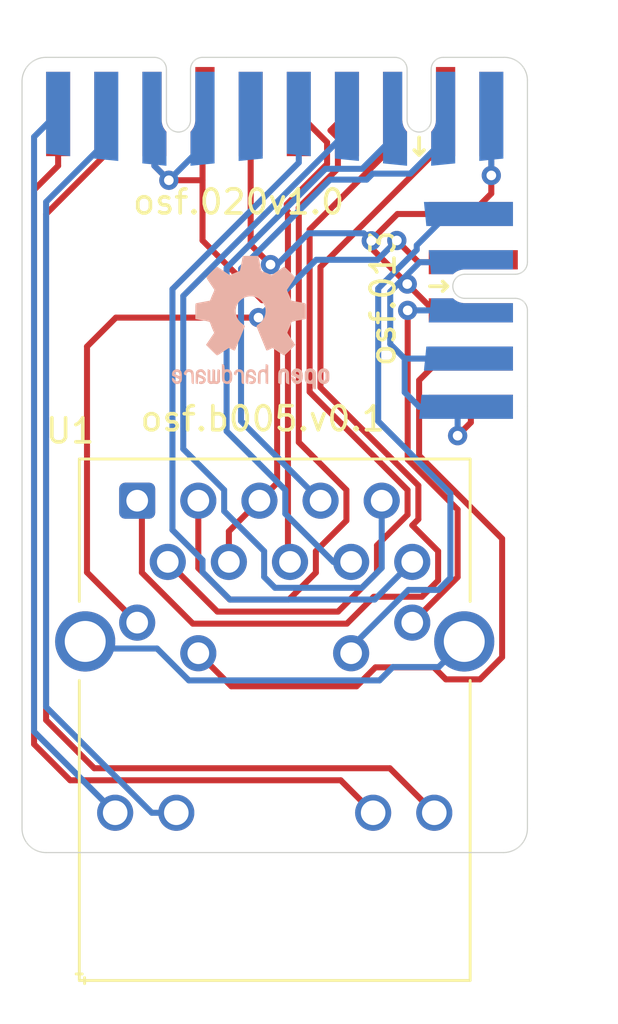
<source format=kicad_pcb>
(kicad_pcb (version 20211014) (generator pcbnew)
  (layers (0 "F.Cu" signal) (31 "B.Cu" signal) (34 "B.Paste" user) (35 "F.Paste" user) (36 "B.SilkS" user "B.Silkscreen") (37 "F.SilkS" user "F.Silkscreen") (38 "B.Mask" user) (39 "F.Mask" user) (44 "Edge.Cuts" user))
  (net 0 "")
  (net 1 "GND")
  (net 2 "Net-(J1-Pad2)")
  (net 3 "Net-(J1-Pad5)")
  (net 4 "Net-(J2-Pad4)")
  (net 5 "Net-(J1-Pad13)")
  (net 6 "Net-(J1-Pad12)")
  (net 7 "Net-(J1-Pad15)")
  (net 8 "Net-(J1-Pad14)")
  (net 9 "Net-(J1-Pad17)")
  (net 10 "Net-(J1-Pad4)")
  (net 11 "Net-(J2-Pad2)")
  (net 12 "Net-(J1-Pad3)")
  (net 13 "Net-(J1-Pad19)")
  (net 14 "Net-(J1-Pad9)")
  (net 15 "Net-(J1-Pad20)")
  (net 16 "Net-(J1-Pad10)")
  (net 17 "Net-(J2-Pad6)")
  (net 18 "Net-(J2-Pad8)")
  (net 19 "Net-(U1-Pad19)")
  (footprint "parts:TRJG0926HENL" (layer "F.Cu") (at 100 98.2875)
    (fp_text reference "U1" (at -8.5 -11.7875) (layer "F.SilkS"))
    (fp_text value "MagJack-A70-112-331N126")
    (pad "" np_thru_hole circle locked (at -5.715 0) (size 3.2 3.2) (drill 3.2) (layers *.Cu *.Mask))
    (pad "" np_thru_hole circle locked (at 5.715 0) (size 3.2 3.2) (drill 3.2) (layers *.Cu *.Mask))
    (pad "1" thru_hole roundrect locked (at -5.715 -8.89) (size 1.5 1.5) (drill 0.9) (layers *.Cu *.Mask) (roundrect_rratio 0.167) (net 2 "Net-(J1-Pad2)"))
    (pad "2" thru_hole circle locked (at -4.445 -6.35) (size 1.5 1.5) (drill 0.9) (layers *.Cu *.Mask) (net 12 "Net-(J1-Pad3)"))
    (pad "3" thru_hole circle locked (at -3.175 -8.89) (size 1.5 1.5) (drill 0.9) (layers *.Cu *.Mask) (net 10 "Net-(J1-Pad4)"))
    (pad "4" thru_hole circle locked (at -1.905 -6.35) (size 1.5 1.5) (drill 0.9) (layers *.Cu *.Mask) (net 9 "Net-(J1-Pad17)"))
    (pad "5" thru_hole circle locked (at -0.635 -8.89) (size 1.5 1.5) (drill 0.9) (layers *.Cu *.Mask) (net 9 "Net-(J1-Pad17)"))
    (pad "6" thru_hole circle locked (at 0.635 -6.35 90) (size 1.5 1.5) (drill 0.9) (layers *.Cu *.Mask) (net 3 "Net-(J1-Pad5)"))
    (pad "7" thru_hole circle locked (at 1.905 -8.89) (size 1.5 1.5) (drill 0.9) (layers *.Cu *.Mask) (net 6 "Net-(J1-Pad12)"))
    (pad "8" thru_hole circle locked (at 3.175 -6.35) (size 1.5 1.5) (drill 0.9) (layers *.Cu *.Mask) (net 5 "Net-(J1-Pad13)"))
    (pad "9" thru_hole circle locked (at 4.445 -8.89) (size 1.5 1.5) (drill 0.9) (layers *.Cu *.Mask) (net 8 "Net-(J1-Pad14)"))
    (pad "10" thru_hole circle locked (at 5.715 -6.35) (size 1.5 1.5) (drill 0.9) (layers *.Cu *.Mask) (net 7 "Net-(J1-Pad15)"))
    (pad "11" thru_hole circle locked (at -5.715 -3.83) (size 1.5 1.5) (drill 0.9) (layers *.Cu *.Mask) (net 11 "Net-(J2-Pad2)"))
    (pad "12" thru_hole circle locked (at -3.175 -2.56) (size 1.5 1.5) (drill 0.9) (layers *.Cu *.Mask) (net 4 "Net-(J2-Pad4)"))
    (pad "13" thru_hole circle locked (at 3.175 -2.56) (size 1.5 1.5) (drill 0.9) (layers *.Cu *.Mask) (net 17 "Net-(J2-Pad6)"))
    (pad "14" thru_hole circle locked (at 5.715 -3.83) (size 1.5 1.5) (drill 0.9) (layers *.Cu *.Mask) (net 18 "Net-(J2-Pad8)"))
    (pad "15" thru_hole circle locked (at -6.63 4.06) (size 1.5 1.5) (drill 1.02) (layers *.Cu *.Mask) (net 15 "Net-(J1-Pad20)"))
    (pad "16" thru_hole circle locked (at -4.09 4.06) (size 1.5 1.5) (drill 1.02) (layers *.Cu *.Mask) (net 13 "Net-(J1-Pad19)"))
    (pad "17" thru_hole circle locked (at 4.09 4.06) (size 1.5 1.5) (drill 1.02) (layers *.Cu *.Mask) (net 16 "Net-(J1-Pad10)"))
    (pad "18" thru_hole circle locked (at 6.63 4.06) (size 1.5 1.5) (drill 1.02) (layers *.Cu *.Mask) (net 14 "Net-(J1-Pad9)"))
    (pad "19" thru_hole circle locked (at -7.875 -3.05) (size 2.5 2.5) (drill 1.7) (layers *.Cu *.Mask) (net 19 "Net-(U1-Pad19)"))
    (pad "20" thru_hole circle locked (at 7.875 -3.05) (size 2.5 2.5) (drill 1.7) (layers *.Cu *.Mask) (net 19 "Net-(U1-Pad19)"))
  )
  (footprint "on_edge:on_edge_2x05_host" (layer "F.Cu") (at 110.5 81.5 -90)
    (fp_text reference "J2")
    (fp_text value "004_BASE-T_CT")
    (fp_line (start -0.5 2.6) (end -0.5 0.5) (layer "Edge.Cuts") (width 0.05))
    (fp_line (start -1.5 0.5) (end -1.5 2.6) (layer "Edge.Cuts") (width 0.05))
    (fp_line (start 0 0) (end 4 0) (layer "Edge.Cuts") (width 0.05))
    (fp_line (start -4 0) (end -2 0) (layer "Edge.Cuts") (width 0.05))
    (fp_arc (start -2 0) (mid -1.646447 0.146447) (end -1.5 0.5) (layer "Edge.Cuts") (width 0.05))
    (fp_arc (start -0.5 0.5) (mid -0.353553 0.146447) (end 0 0) (layer "Edge.Cuts") (width 0.05))
    (fp_arc (start -0.5 2.6) (mid -1 3.1) (end -1.5 2.6) (layer "Edge.Cuts") (width 0.05))
    (pad "1" smd rect locked (at -4 2.35 270) (size 1 3.5) (layers "F.Cu" "F.Mask") (net 1 "GND"))
    (pad "2" smd custom locked (at -2 3.6 270) (size 1 1) (layers "F.Cu" "F.Mask") (net 11 "Net-(J2-Pad2)") (options (clearance outline) (anchor rect)) (primitives (gr_poly (pts (xy 0.3 -0.99) (xy 0.31 -0.88) (xy 0.33 -0.8) (xy 0.35 -0.74) (xy 0.37 -0.69) (xy 0.4 -0.64) (xy 0.44 -0.58) (xy 0.48 -0.53) (xy 0.5 -0.51) (xy 0.5 0.5) (xy -0.5 0.5) (xy -0.5 -3.2) (xy 0.3 -3.2)) (width 0) (fill yes))))
    (pad "3" smd custom locked (at 0 3.6 270) (size 1 1) (layers "F.Cu" "F.Mask") (net 1 "GND") (options (clearance outline) (anchor rect)) (primitives (gr_poly (pts (xy 0.5 0.5) (xy -0.5 0.5) (xy -0.5 -0.51) (xy -0.48 -0.53) (xy -0.44 -0.58) (xy -0.4 -0.64) (xy -0.37 -0.69) (xy -0.35 -0.74) (xy -0.33 -0.8) (xy -0.31 -0.88) (xy -0.3 -0.99) (xy -0.3 -3) (xy 0.5 -3)) (width 0) (fill yes))))
    (pad "4" smd rect locked (at 2 2.35 270) (size 1 3.5) (layers "F.Cu" "F.Mask") (net 4 "Net-(J2-Pad4)"))
    (pad "5" smd rect locked (at 4 2.35 270) (size 1 3.5) (layers "F.Cu" "F.Mask") (net 1 "GND"))
    (pad "6" smd custom locked (at -4 2.4 90) (size 1 3.6) (layers "B.Cu" "B.Mask") (net 17 "Net-(J2-Pad6)") (options (clearance outline) (anchor rect)) (primitives (gr_poly (pts (xy 0.5 -1.8) (xy -0.5 -1.8) (xy 0.5 -1.9)) (width 0) (fill yes))))
    (pad "7" smd custom locked (at -2 2.1 90) (size 0.4 0.4) (layers "B.Cu" "B.Mask") (net 1 "GND") (options (clearance outline) (anchor rect)) (primitives (gr_poly (pts (xy 0.5 1.5) (xy -0.3 1.5) (xy -0.3 -0.51) (xy -0.31 -0.62) (xy -0.33 -0.7) (xy -0.35 -0.76) (xy -0.37 -0.81) (xy -0.4 -0.86) (xy -0.44 -0.92) (xy -0.48 -0.97) (xy -0.5 -0.99) (xy -0.5 -1.9) (xy 0.5 -2)) (width 0) (fill yes))))
    (pad "8" smd custom locked (at 0 2.1 90) (size 0.4 0.4) (layers "B.Cu" "B.Mask") (net 18 "Net-(J2-Pad8)") (options (clearance outline) (anchor rect)) (primitives (gr_poly (pts (xy 0.5 -1.9) (xy 0.5 -0.99) (xy 0.48 -0.97) (xy 0.44 -0.92) (xy 0.4 -0.86) (xy 0.37 -0.81) (xy 0.35 -0.76) (xy 0.33 -0.7) (xy 0.31 -0.62) (xy 0.3 -0.51) (xy 0.3 1.5) (xy -0.5 1.5) (xy -0.5 -2)) (width 0) (fill yes))))
    (pad "9" smd custom locked (at 2 2.4 90) (size 1 3.6) (layers "B.Cu" "B.Mask") (net 1 "GND") (options (clearance outline) (anchor rect)) (primitives (gr_poly (pts (xy 0.5 -1.8) (xy -0.5 -1.8) (xy -0.5 -1.9)) (width 0) (fill yes))))
    (pad "10" smd custom locked (at 4 2.5 90) (size 1 3.8) (layers "B.Cu" "B.Mask") (net 1 "GND") (options (clearance outline) (anchor rect)) (primitives (gr_poly (pts (xy 0.5 -1.9) (xy -0.5 -1.9) (xy -0.5 -2)) (width 0) (fill yes))))
  )
  (footprint "on_edge:on_edge_2x10_device" (layer "F.Cu") (at 105 71 180)
    (fp_text reference "J1")
    (fp_text value "020_1000BASE-T_with_CT")
    (fp_line (start 9.5 -0.5) (end 9.5 -2.6) (layer "Edge.Cuts") (width 0.05))
    (fp_line (start -1.5 -2.6) (end -1.5 -0.5) (layer "Edge.Cuts") (width 0.05))
    (fp_line (start 7 0) (end 8 0) (layer "Edge.Cuts") (width 0.05))
    (fp_line (start 8.5 -2.6) (end 8.5 -0.5) (layer "Edge.Cuts") (width 0.05))
    (fp_line (start -0.5 -0.5) (end -0.5 -2.6) (layer "Edge.Cuts") (width 0.05))
    (fp_line (start 10 0) (end 14 0) (layer "Edge.Cuts") (width 0.05))
    (fp_line (start -4 0) (end -2 0) (layer "Edge.Cuts") (width 0.05))
    (fp_line (start 0 0) (end 7 0) (layer "Edge.Cuts") (width 0.05))
    (fp_arc (start 10 0) (mid 9.646447 -0.146447) (end 9.5 -0.5) (layer "Edge.Cuts") (width 0.05))
    (fp_arc (start 0 0) (mid -0.353553 -0.146447) (end -0.5 -0.5) (layer "Edge.Cuts") (width 0.05))
    (fp_arc (start 8.5 -0.5) (mid 8.353553 -0.146447) (end 8 0) (layer "Edge.Cuts") (width 0.05))
    (fp_arc (start -1.5 -2.6) (mid -1 -3.1) (end -0.5 -2.6) (layer "Edge.Cuts") (width 0.05))
    (fp_arc (start 8.5 -2.6) (mid 9 -3.1) (end 9.5 -2.6) (layer "Edge.Cuts") (width 0.05))
    (fp_arc (start -1.5 -0.5) (mid -1.646447 -0.146447) (end -2 0) (layer "Edge.Cuts") (width 0.05))
    (pad "1" smd rect locked (at -4 -2.35) (size 1 3.5) (layers "F.Cu" "F.Mask") (net 1 "GND"))
    (pad "2" smd custom locked (at -2 -3.6 180) (size 1 1) (layers "F.Cu" "F.Mask") (net 2 "Net-(J1-Pad2)") (options (clearance outline) (anchor rect)) (primitives (gr_poly (pts (xy 0.5 0.52) (xy 0.48 0.54) (xy 0.44 0.59) (xy 0.4 0.65) (xy 0.37 0.7) (xy 0.35 0.75) (xy 0.33 0.81) (xy 0.31 0.89) (xy 0.3 1) (xy 0.3 3.2) (xy -0.5 3.2) (xy -0.5 -0.5) (xy 0.5 -0.5)) (width 0) (fill yes))))
    (pad "3" smd custom locked (at 0 -3.6 180) (size 1 1) (layers "F.Cu" "F.Mask") (net 12 "Net-(J1-Pad3)") (options (clearance outline) (anchor rect)) (primitives (gr_poly (pts (xy 0.5 3) (xy -0.3 3) (xy -0.3 1) (xy -0.31 0.89) (xy -0.33 0.81) (xy -0.35 0.75) (xy -0.37 0.7) (xy -0.4 0.65) (xy -0.44 0.59) (xy -0.48 0.54) (xy -0.5 0.52) (xy -0.5 -0.5) (xy 0.5 -0.5)) (width 0) (fill yes))))
    (pad "4" smd rect locked (at 2 -2.35) (size 1 3.5) (layers "F.Cu" "F.Mask") (net 10 "Net-(J1-Pad4)"))
    (pad "5" smd rect locked (at 4 -2.35) (size 1 3.5) (layers "F.Cu" "F.Mask") (net 3 "Net-(J1-Pad5)"))
    (pad "6" smd rect locked (at 6 -2.35) (size 1 3.5) (layers "F.Cu" "F.Mask") (net 1 "GND"))
    (pad "7" smd custom locked (at 8 -3.6 180) (size 1 1) (layers "F.Cu" "F.Mask") (net 9 "Net-(J1-Pad17)") (options (clearance outline) (anchor rect)) (primitives (gr_poly (pts (xy 0.5 0.52) (xy 0.48 0.54) (xy 0.44 0.59) (xy 0.4 0.65) (xy 0.37 0.7) (xy 0.35 0.75) (xy 0.33 0.81) (xy 0.31 0.89) (xy 0.3 1) (xy 0.3 3.2) (xy -0.5 3.2) (xy -0.5 -0.5) (xy 0.5 -0.5)) (width 0) (fill yes))))
    (pad "8" smd custom locked (at 10 -3.6 180) (size 1 1) (layers "F.Cu" "F.Mask") (net 9 "Net-(J1-Pad17)") (options (clearance outline) (anchor rect)) (primitives (gr_poly (pts (xy 0.5 3) (xy -0.3 3) (xy -0.3 1) (xy -0.31 0.89) (xy -0.33 0.81) (xy -0.35 0.75) (xy -0.37 0.7) (xy -0.4 0.65) (xy -0.44 0.59) (xy -0.48 0.54) (xy -0.5 0.52) (xy -0.5 -0.5) (xy 0.5 -0.5)) (width 0) (fill yes))))
    (pad "9" smd rect locked (at 12 -2.35) (size 1 3.5) (layers "F.Cu" "F.Mask") (net 14 "Net-(J1-Pad9)"))
    (pad "10" smd rect locked (at 14 -2.35) (size 1 3.5) (layers "F.Cu" "F.Mask") (net 16 "Net-(J1-Pad10)"))
    (pad "11" smd custom locked (at -4 -2.4 180) (size 1 3.6) (layers "B.Cu" "B.Mask") (net 1 "GND") (options (clearance outline) (anchor rect)) (primitives (gr_poly (pts (xy 0.5 -1.8) (xy -0.5 -1.8) (xy 0.5 -1.9)) (width 0) (fill yes))))
    (pad "12" smd custom locked (at -2 -2.1 180) (size 0.4 0.4) (layers "B.Cu" "B.Mask") (net 6 "Net-(J1-Pad12)") (options (clearance outline) (anchor rect)) (primitives (gr_poly (pts (xy 0.5 -0.99) (xy 0.48 -0.97) (xy 0.44 -0.92) (xy 0.4 -0.86) (xy 0.37 -0.81) (xy 0.35 -0.76) (xy 0.33 -0.7) (xy 0.31 -0.62) (xy 0.3 -0.51) (xy 0.3 1.5) (xy -0.5 1.5) (xy -0.5 -2.3) (xy 0.5 -2.4)) (width 0) (fill yes))))
    (pad "13" smd custom locked (at 0 -2.1 180) (size 0.4 0.4) (layers "B.Cu" "B.Mask") (net 5 "Net-(J1-Pad13)") (options (clearance outline) (anchor rect)) (primitives (gr_poly (pts (xy 0.5 -2.3) (xy 0.5 1.5) (xy -0.3 1.5) (xy -0.3 -0.51) (xy -0.31 -0.62) (xy -0.33 -0.7) (xy -0.35 -0.76) (xy -0.37 -0.81) (xy -0.4 -0.86) (xy -0.44 -0.92) (xy -0.48 -0.97) (xy -0.5 -0.99) (xy -0.5 -2.4)) (width 0) (fill yes))))
    (pad "14" smd custom locked (at 2 -2.4 180) (size 1 3.6) (layers "B.Cu" "B.Mask") (net 8 "Net-(J1-Pad14)") (options (clearance outline) (anchor rect)) (primitives (gr_poly (pts (xy 0.5 -1.8) (xy -0.5 -1.8) (xy -0.5 -1.9)) (width 0) (fill yes))))
    (pad "15" smd custom locked (at 4 -2.3 180) (size 1 3.4) (layers "B.Cu" "B.Mask") (net 7 "Net-(J1-Pad15)") (options (clearance outline) (anchor rect)) (primitives (gr_poly (pts (xy 0.5 -1.7) (xy -0.5 -1.7) (xy -0.5 -1.8)) (width 0) (fill yes))))
    (pad "16" smd custom locked (at 6 -2.4 180) (size 1 3.6) (layers "B.Cu" "B.Mask") (net 1 "GND") (options (clearance outline) (anchor rect)) (primitives (gr_poly (pts (xy 0.5 -1.8) (xy -0.5 -1.8) (xy 0.5 -1.9)) (width 0) (fill yes))))
    (pad "17" smd custom locked (at 8 -2.1 180) (size 0.4 0.4) (layers "B.Cu" "B.Mask") (net 9 "Net-(J1-Pad17)") (options (clearance outline) (anchor rect)) (primitives (gr_poly (pts (xy 0.5 -0.99) (xy 0.48 -0.97) (xy 0.44 -0.92) (xy 0.4 -0.86) (xy 0.37 -0.81) (xy 0.35 -0.76) (xy 0.33 -0.7) (xy 0.31 -0.62) (xy 0.3 -0.51) (xy 0.3 1.5) (xy -0.5 1.5) (xy -0.5 -2.3) (xy 0.5 -2.4)) (width 0) (fill yes))))
    (pad "18" smd custom locked (at 10 -2.1 180) (size 0.4 0.4) (layers "B.Cu" "B.Mask") (net 9 "Net-(J1-Pad17)") (options (clearance outline) (anchor rect)) (primitives (gr_poly (pts (xy 0.5 -2.3) (xy 0.5 1.5) (xy -0.3 1.5) (xy -0.3 -0.51) (xy -0.31 -0.62) (xy -0.33 -0.7) (xy -0.35 -0.76) (xy -0.37 -0.81) (xy -0.4 -0.86) (xy -0.44 -0.92) (xy -0.48 -0.97) (xy -0.5 -0.99) (xy -0.5 -2.4)) (width 0) (fill yes))))
    (pad "19" smd custom locked (at 12 -2.4 180) (size 1 3.6) (layers "B.Cu" "B.Mask") (net 13 "Net-(J1-Pad19)") (options (clearance outline) (anchor rect)) (primitives (gr_poly (pts (xy 0.5 -1.8) (xy -0.5 -1.8) (xy -0.5 -1.9)) (width 0) (fill yes))))
    (pad "20" smd custom locked (at 14 -2.3 180) (size 1 3.4) (layers "B.Cu" "B.Mask") (net 15 "Net-(J1-Pad20)") (options (clearance outline) (anchor rect)) (primitives (gr_poly (pts (xy 0.5 -1.7) (xy -0.5 -1.7) (xy -0.5 -1.8)) (width 0) (fill yes))))
  )
  (footprint "Symbol:OSHW-Logo2_7.3x6mm_SilkScreen" (layer "B.Cu") (at 99 82 180)
    (fp_text reference "l1" hide)
    (fp_text value "Logo_Open_Hardware_Large" hide)
  )
  (gr_line (start 110.5 85.5) (end 110.5 103) (layer "Edge.Cuts") (width 0.05))
  (gr_arc (start 90.5 104) (mid 89.792893 103.707107) (end 89.5 103) (layer "Edge.Cuts") (width 0.05))
  (gr_line (start 110.5 77.5) (end 110.5 71.957107) (layer "Edge.Cuts") (width 0.05))
  (gr_line (start 91 71) (end 90.5 71) (layer "Edge.Cuts") (width 0.05))
  (gr_arc (start 89.5 72) (mid 89.792893 71.292893) (end 90.5 71) (layer "Edge.Cuts") (width 0.05))
  (gr_arc (start 109.5 71) (mid 110.204395 71.264999) (end 110.5 71.957107) (layer "Edge.Cuts") (width 0.05))
  (gr_line (start 109 71) (end 109.5 71) (layer "Edge.Cuts") (width 0.05))
  (gr_line (start 109.5 104) (end 90.5 104) (layer "Edge.Cuts") (width 0.05))
  (gr_arc (start 110.5 103) (mid 110.207107 103.707107) (end 109.5 104) (layer "Edge.Cuts") (width 0.05))
  (gr_line (start 89.5 103) (end 89.5 72) (layer "Edge.Cuts") (width 0.05))
  (gr_text "osf.013" (at 104.5 81 90) (layer "F.SilkS") (effects (font (size 1 1))))
  (gr_text "osf.b005.v0.1" (at 99.5 86) (layer "F.SilkS") (effects (font (size 1 1))))
  (gr_text "osf.020v1.0" (at 98.5 77) (layer "F.SilkS") (effects (font (size 1 1))))
  (segment (start 108.15 85.5) (end 108.15 86.15) (width 0.25) (layer "F.Cu") (net 1))
  (segment (start 109 73.35) (end 109 75.9) (width 0.25) (layer "F.Cu") (net 1))
  (segment (start 108.15 77.5) (end 105.1 77.5) (width 0.25) (layer "F.Cu") (net 1))
  (segment (start 105.1 77.5) (end 104 78.6) (width 0.25) (layer "F.Cu") (net 1))
  (segment (start 99 73.35) (end 99 78.77498) (width 0.25) (layer "F.Cu") (net 1))
  (segment (start 104 78.6) (end 104 78.9) (width 0.25) (layer "F.Cu") (net 1))
  (segment (start 106.6 81.5) (end 105.506748 80.406748) (width 0.25) (layer "F.Cu") (net 1))
  (segment (start 104 78.9) (end 105.506748 80.406748) (width 0.25) (layer "F.Cu") (net 1))
  (segment (start 109 75.9) (end 109 76.65) (width 0.25) (layer "F.Cu") (net 1))
  (segment (start 99 78.77498) (end 99.82502 79.6) (width 0.25) (layer "F.Cu") (net 1))
  (segment (start 109 76.65) (end 108.15 77.5) (width 0.25) (layer "F.Cu") (net 1))
  (segment (start 108.15 86.15) (end 107.6 86.7) (width 0.25) (layer "F.Cu") (net 1))
  (segment (start 106.9 81.5) (end 106.6 81.5) (width 0.25) (layer "F.Cu") (net 1))
  (via (at 109 75.9) (size 0.8) (drill 0.4) (layers "F.Cu" "B.Cu") (net 1))
  (via (at 105.506748 80.406748) (size 0.8) (drill 0.4) (layers "F.Cu" "B.Cu") (net 1))
  (via (at 107.6 86.7) (size 0.8) (drill 0.4) (layers "F.Cu" "B.Cu") (net 1))
  (via (at 104.012299 78.612299) (size 0.8) (drill 0.4) (layers "F.Cu" "B.Cu") (net 1))
  (via (at 99.82502 79.6) (size 0.8) (drill 0.4) (layers "F.Cu" "B.Cu") (net 1))
  (segment (start 109 73.4) (end 109 75.9) (width 0.25) (layer "B.Cu") (net 1))
  (segment (start 106 85.5) (end 105.4 84.9) (width 0.25) (layer "B.Cu") (net 1))
  (segment (start 99.82502 79.6) (end 100.1 79.6) (width 0.25) (layer "B.Cu") (net 1))
  (segment (start 104.8 82.9) (end 104.8 80.724614) (width 0.25) (layer "B.Cu") (net 1))
  (segment (start 108 85.5) (end 106 85.5) (width 0.25) (layer "B.Cu") (net 1))
  (segment (start 100.1 79.6) (end 101.4 78.3) (width 0.25) (layer "B.Cu") (net 1))
  (segment (start 105.4 84.9) (end 105.4 83.5) (width 0.25) (layer "B.Cu") (net 1))
  (segment (start 106.024614 79.5) (end 108.4 79.5) (width 0.25) (layer "B.Cu") (net 1))
  (segment (start 107.6 85.9) (end 108 85.5) (width 0.25) (layer "B.Cu") (net 1))
  (segment (start 107.6 86.7) (end 107.6 85.9) (width 0.25) (layer "B.Cu") (net 1))
  (segment (start 105.4 83.5) (end 108.1 83.5) (width 0.25) (layer "B.Cu") (net 1))
  (segment (start 101.4 78.3) (end 103.7 78.3) (width 0.25) (layer "B.Cu") (net 1))
  (segment (start 103.7 78.3) (end 104.012299 78.612299) (width 0.25) (layer "B.Cu") (net 1))
  (segment (start 105.4 83.5) (end 104.8 82.9) (width 0.25) (layer "B.Cu") (net 1))
  (segment (start 104.8 80.724614) (end 106.024614 79.5) (width 0.25) (layer "B.Cu") (net 1))
  (segment (start 104.117011 93.382989) (end 103 94.5) (width 0.25) (layer "F.Cu") (net 2))
  (segment (start 94.480489 89.592989) (end 94.285 89.3975) (width 0.25) (layer "F.Cu") (net 2))
  (segment (start 96.597911 94.5) (end 94.480489 92.382578) (width 0.25) (layer "F.Cu") (net 2))
  (segment (start 106.789511 91.492422) (end 106.789511 92.710489) (width 0.25) (layer "F.Cu") (net 2))
  (segment (start 103 94.5) (end 96.597911 94.5) (width 0.25) (layer "F.Cu") (net 2))
  (segment (start 106.789511 92.710489) (end 106.117011 93.382989) (width 0.25) (layer "F.Cu") (net 2))
  (segment (start 105.969031 88.766225) (end 105.969031 90.166686) (width 0.25) (layer "F.Cu") (net 2))
  (segment (start 101.9 79.7) (end 101.9 84.697194) (width 0.25) (layer "F.Cu") (net 2))
  (segment (start 106.117011 93.382989) (end 104.117011 93.382989) (width 0.25) (layer "F.Cu") (net 2))
  (segment (start 107 74.6) (end 101.9 79.7) (width 0.25) (layer "F.Cu") (net 2))
  (segment (start 101.9 84.697194) (end 105.969031 88.766225) (width 0.25) (layer "F.Cu") (net 2))
  (segment (start 105.969031 90.166686) (end 105.716403 90.419314) (width 0.25) (layer "F.Cu") (net 2))
  (segment (start 94.480489 92.382578) (end 94.480489 89.592989) (width 0.25) (layer "F.Cu") (net 2))
  (segment (start 105.716403 90.419314) (end 106.789511 91.492422) (width 0.25) (layer "F.Cu") (net 2))
  (segment (start 100.54952 91.85202) (end 100.635 91.9375) (width 0.25) (layer "F.Cu") (net 3))
  (segment (start 102.175489 74.525489) (end 102.175489 75.424511) (width 0.25) (layer "F.Cu") (net 3))
  (segment (start 102.175489 75.424511) (end 100.5 77.1) (width 0.25) (layer "F.Cu") (net 3))
  (segment (start 101 73.35) (end 102.175489 74.525489) (width 0.25) (layer "F.Cu") (net 3))
  (segment (start 100.5 77.1) (end 100.5 77.364282) (width 0.25) (layer "F.Cu") (net 3))
  (segment (start 100.5 77.364282) (end 100.54952 77.413803) (width 0.25) (layer "F.Cu") (net 3))
  (segment (start 100.54952 77.413803) (end 100.54952 91.85202) (width 0.25) (layer "F.Cu") (net 3))
  (segment (start 104.187021 96.312979) (end 103.4 97.1) (width 0.25) (layer "F.Cu") (net 4))
  (segment (start 103.4 97.1) (end 98.1975 97.1) (width 0.25) (layer "F.Cu") (net 4))
  (segment (start 109.449511 90.975269) (end 109.449511 95.889685) (width 0.25) (layer "F.Cu") (net 4))
  (segment (start 106 87.525758) (end 109.449511 90.975269) (width 0.25) (layer "F.Cu") (net 4))
  (segment (start 108.15 83.5) (end 106.9 83.5) (width 0.25) (layer "F.Cu") (net 4))
  (segment (start 106.612979 96.312979) (end 104.187021 96.312979) (width 0.25) (layer "F.Cu") (net 4))
  (segment (start 98.1975 97.1) (end 96.825 95.7275) (width 0.25) (layer "F.Cu") (net 4))
  (segment (start 106 84.4) (end 106 87.525758) (width 0.25) (layer "F.Cu") (net 4))
  (segment (start 106.9 83.5) (end 106 84.4) (width 0.25) (layer "F.Cu") (net 4))
  (segment (start 109.449511 95.889685) (end 108.527185 96.812011) (width 0.25) (layer "F.Cu") (net 4))
  (segment (start 107.112011 96.812011) (end 106.612979 96.312979) (width 0.25) (layer "F.Cu") (net 4))
  (segment (start 108.527185 96.812011) (end 107.112011 96.812011) (width 0.25) (layer "F.Cu") (net 4))
  (segment (start 105 74.25894) (end 103.63442 75.62452) (width 0.25) (layer "B.Cu") (net 5))
  (segment (start 102.4375 91.9375) (end 103.175 91.9375) (width 0.25) (layer "B.Cu") (net 5))
  (segment (start 100.439511 88.952422) (end 100.439511 89.939511) (width 0.25) (layer "B.Cu") (net 5))
  (segment (start 98 86.512911) (end 100.439511 88.952422) (width 0.25) (layer "B.Cu") (net 5))
  (segment (start 105 73.1) (end 105 74.25894) (width 0.25) (layer "B.Cu") (net 5))
  (segment (start 98 79.735718) (end 98 86.512911) (width 0.25) (layer "B.Cu") (net 5))
  (segment (start 100.439511 89.939511) (end 102.4375 91.9375) (width 0.25) (layer "B.Cu") (net 5))
  (segment (start 103.63442 75.62452) (end 102.111198 75.62452) (width 0.25) (layer "B.Cu") (net 5))
  (segment (start 102.111198 75.62452) (end 98 79.735718) (width 0.25) (layer "B.Cu") (net 5))
  (segment (start 103.820617 76.07404) (end 102.297396 76.07404) (width 0.25) (layer "B.Cu") (net 6))
  (segment (start 98.6 79.771436) (end 98.6 86.0925) (width 0.25) (layer "B.Cu") (net 6))
  (segment (start 102.297396 76.07404) (end 98.6 79.771436) (width 0.25) (layer "B.Cu") (net 6))
  (segment (start 107 74.45894) (end 105.63442 75.82452) (width 0.25) (layer "B.Cu") (net 6))
  (segment (start 104.070138 75.82452) (end 103.820617 76.07404) (width 0.25) (layer "B.Cu") (net 6))
  (segment (start 107 73.1) (end 107 74.45894) (width 0.25) (layer "B.Cu") (net 6))
  (segment (start 105.63442 75.82452) (end 104.070138 75.82452) (width 0.25) (layer "B.Cu") (net 6))
  (segment (start 98.6 86.0925) (end 101.905 89.3975) (width 0.25) (layer "B.Cu") (net 6))
  (segment (start 104.1525 93.5) (end 105.715 91.9375) (width 0.25) (layer "B.Cu") (net 7))
  (segment (start 97 92.362089) (end 98.137911 93.5) (width 0.25) (layer "B.Cu") (net 7))
  (segment (start 95.750489 90.6134) (end 97 91.862911) (width 0.25) (layer "B.Cu") (net 7))
  (segment (start 101 75.366953) (end 95.750489 80.616464) (width 0.25) (layer "B.Cu") (net 7))
  (segment (start 101 73.3) (end 101 75.366953) (width 0.25) (layer "B.Cu") (net 7))
  (segment (start 97 91.862911) (end 97 92.362089) (width 0.25) (layer "B.Cu") (net 7))
  (segment (start 98.137911 93.5) (end 104.1525 93.5) (width 0.25) (layer "B.Cu") (net 7))
  (segment (start 95.750489 80.616464) (end 95.750489 90.6134) (width 0.25) (layer "B.Cu") (net 7))
  (segment (start 99.560489 91.492422) (end 99.560489 92.560489) (width 0.25) (layer "B.Cu") (net 8))
  (segment (start 96.2 87.252911) (end 97.899511 88.952422) (width 0.25) (layer "B.Cu") (net 8))
  (segment (start 96.2 80.9) (end 96.2 87.252911) (width 0.25) (layer "B.Cu") (net 8))
  (segment (start 104.445 92.187089) (end 104.445 89.3975) (width 0.25) (layer "B.Cu") (net 8))
  (segment (start 100.012011 93.012011) (end 103.620078 93.012011) (width 0.25) (layer "B.Cu") (net 8))
  (segment (start 103.620078 93.012011) (end 104.445 92.187089) (width 0.25) (layer "B.Cu") (net 8))
  (segment (start 103 74.1) (end 96.2 80.9) (width 0.25) (layer "B.Cu") (net 8))
  (segment (start 99.560489 92.560489) (end 100.012011 93.012011) (width 0.25) (layer "B.Cu") (net 8))
  (segment (start 97.899511 88.952422) (end 97.899511 89.831444) (width 0.25) (layer "B.Cu") (net 8))
  (segment (start 103 73.4) (end 103 74.1) (width 0.25) (layer "B.Cu") (net 8))
  (segment (start 97.899511 89.831444) (end 99.560489 91.492422) (width 0.25) (layer "B.Cu") (net 8))
  (segment (start 99.475489 81.075489) (end 97 78.6) (width 0.25) (layer "F.Cu") (net 9))
  (segment (start 99.624603 81.075489) (end 99.475489 81.075489) (width 0.25) (layer "F.Cu") (net 9))
  (segment (start 97 78.6) (end 97 76.1) (width 0.25) (layer "F.Cu") (net 9))
  (segment (start 100.1 81.550886) (end 99.624603 81.075489) (width 0.25) (layer "F.Cu") (net 9))
  (segment (start 95.6 76.1) (end 97 76.1) (width 0.25) (layer "F.Cu") (net 9))
  (segment (start 99.365 89.3975) (end 100.1 88.6625) (width 0.25) (layer "F.Cu") (net 9))
  (segment (start 95 75.5) (end 95.6 76.1) (width 0.25) (layer "F.Cu") (net 9))
  (segment (start 98.095 90.6675) (end 99.365 89.3975) (width 0.25) (layer "F.Cu") (net 9))
  (segment (start 97 76.1) (end 97 74.6) (width 0.25) (layer "F.Cu") (net 9))
  (segment (start 95 74.6) (end 95 75.5) (width 0.25) (layer "F.Cu") (net 9))
  (segment (start 98.095 91.9375) (end 98.095 90.6675) (width 0.25) (layer "F.Cu") (net 9))
  (segment (start 100.1 88.6625) (end 100.1 81.550886) (width 0.25) (layer "F.Cu") (net 9))
  (via (at 95.6 76.1) (size 0.8) (drill 0.4) (layers "F.Cu" "B.Cu") (net 9))
  (segment (start 97 74.7) (end 95.6 76.1) (width 0.25) (layer "B.Cu") (net 9))
  (segment (start 95 75.5) (end 95.6 76.1) (width 0.25) (layer "B.Cu") (net 9))
  (segment (start 95 73.1) (end 95 75.5) (width 0.25) (layer "B.Cu") (net 9))
  (segment (start 97 73.1) (end 97 74.7) (width 0.25) (layer "B.Cu") (net 9))
  (segment (start 101 86.972911) (end 102.979511 88.952422) (width 0.25) (layer "F.Cu") (net 10))
  (segment (start 102.625009 74.339292) (end 102.625009 75.610709) (width 0.25) (layer "F.Cu") (net 10))
  (segment (start 101.709511 92.382578) (end 100.592089 93.5) (width 0.25) (layer "F.Cu") (net 10))
  (segment (start 102.979511 88.952422) (end 102.979511 90.222422) (width 0.25) (layer "F.Cu") (net 10))
  (segment (start 96.825 92.195489) (end 96.825 89.3975) (width 0.25) (layer "F.Cu") (net 10))
  (segment (start 100.592089 93.5) (end 98.129511 93.5) (width 0.25) (layer "F.Cu") (net 10))
  (segment (start 102.979511 90.222422) (end 101.709511 91.492422) (width 0.25) (layer "F.Cu") (net 10))
  (segment (start 101 77.235718) (end 101 86.972911) (width 0.25) (layer "F.Cu") (net 10))
  (segment (start 102.625009 75.610709) (end 101 77.235718) (width 0.25) (layer "F.Cu") (net 10))
  (segment (start 103 73.35) (end 102.317859 74.032141) (width 0.25) (layer "F.Cu") (net 10))
  (segment (start 102.317859 74.032141) (end 102.625009 74.339292) (width 0.25) (layer "F.Cu") (net 10))
  (segment (start 101.709511 91.492422) (end 101.709511 92.382578) (width 0.25) (layer "F.Cu") (net 10))
  (segment (start 98.129511 93.5) (end 96.825 92.195489) (width 0.25) (layer "F.Cu") (net 10))
  (segment (start 99.3245 81.8) (end 93.4 81.8) (width 0.25) (layer "F.Cu") (net 11))
  (segment (start 93.4 81.8) (end 92.2 83) (width 0.25) (layer "F.Cu") (net 11))
  (segment (start 105.07402 78.6) (end 105.97402 79.5) (width 0.25) (layer "F.Cu") (net 11))
  (segment (start 105.97402 79.5) (end 106.9 79.5) (width 0.25) (layer "F.Cu") (net 11))
  (segment (start 92.2 92.3725) (end 94.285 94.4575) (width 0.25) (layer "F.Cu") (net 11))
  (segment (start 92.2 83) (end 92.2 92.3725) (width 0.25) (layer "F.Cu") (net 11))
  (via (at 105.07402 78.6) (size 0.8) (drill 0.4) (layers "F.Cu" "B.Cu") (net 11))
  (via (at 99.3245 81.8) (size 0.8) (drill 0.4) (layers "F.Cu" "B.Cu") (net 11))
  (segment (start 99.3245 81.8) (end 101.7245 79.4) (width 0.25) (layer "B.Cu") (net 11))
  (segment (start 104.27402 79.4) (end 105.07402 78.6) (width 0.25) (layer "B.Cu") (net 11))
  (segment (start 101.7245 79.4) (end 104.27402 79.4) (width 0.25) (layer "B.Cu") (net 11))
  (segment (start 102.632089 94) (end 97.6175 94) (width 0.25) (layer "F.Cu") (net 12))
  (segment (start 104.249511 91.250489) (end 104.249511 92.382578) (width 0.25) (layer "F.Cu") (net 12))
  (segment (start 97.6175 94) (end 95.555 91.9375) (width 0.25) (layer "F.Cu") (net 12))
  (segment (start 101.44952 78.15048) (end 101.44952 84.882431) (width 0.25) (layer "F.Cu") (net 12))
  (segment (start 105.519511 88.952422) (end 105.519511 89.980489) (width 0.25) (layer "F.Cu") (net 12))
  (segment (start 104.249511 92.382578) (end 102.632089 94) (width 0.25) (layer "F.Cu") (net 12))
  (segment (start 101.44952 84.882431) (end 105.519511 88.952422) (width 0.25) (layer "F.Cu") (net 12))
  (segment (start 105.519511 89.980489) (end 104.249511 91.250489) (width 0.25) (layer "F.Cu") (net 12))
  (segment (start 105 74.6) (end 101.44952 78.15048) (width 0.25) (layer "F.Cu") (net 12))
  (segment (start 94.889589 102.3475) (end 95.91 102.3475) (width 0.25) (layer "B.Cu") (net 13))
  (segment (start 90.5 97.957911) (end 94.889589 102.3475) (width 0.25) (layer "B.Cu") (net 13))
  (segment (start 90.5 77) (end 90.5 97.957911) (width 0.25) (layer "B.Cu") (net 13))
  (segment (start 93 74.5) (end 90.5 77) (width 0.25) (layer "B.Cu") (net 13))
  (segment (start 93 73.4) (end 93 74.5) (width 0.25) (layer "B.Cu") (net 13))
  (segment (start 93 75) (end 93 73.35) (width 0.25) (layer "F.Cu") (net 14))
  (segment (start 90.5 98.5) (end 90.5 77.5) (width 0.25) (layer "F.Cu") (net 14))
  (segment (start 104.7825 100.5) (end 92.5 100.5) (width 0.25) (layer "F.Cu") (net 14))
  (segment (start 90.5 77.5) (end 93 75) (width 0.25) (layer "F.Cu") (net 14))
  (segment (start 92.5 100.5) (end 90.5 98.5) (width 0.25) (layer "F.Cu") (net 14))
  (segment (start 106.63 102.3475) (end 104.7825 100.5) (width 0.25) (layer "F.Cu") (net 14))
  (segment (start 93.37 102.3475) (end 90 98.9775) (width 0.25) (layer "B.Cu") (net 15))
  (segment (start 90 74.3) (end 91 73.3) (width 0.25) (layer "B.Cu") (net 15))
  (segment (start 90 98.9775) (end 90 74.3) (width 0.25) (layer "B.Cu") (net 15))
  (segment (start 91.5 101) (end 90 99.5) (width 0.25) (layer "F.Cu") (net 16))
  (segment (start 91 75.5) (end 91 73.35) (width 0.25) (layer "F.Cu") (net 16))
  (segment (start 90 99.5) (end 90 76.5) (width 0.25) (layer "F.Cu") (net 16))
  (segment (start 104.09 102.3475) (end 102.7425 101) (width 0.25) (layer "F.Cu") (net 16))
  (segment (start 102.7425 101) (end 91.5 101) (width 0.25) (layer "F.Cu") (net 16))
  (segment (start 90 76.5) (end 91 75.5) (width 0.25) (layer "F.Cu") (net 16))
  (segment (start 104.3 86.1) (end 104.3 80.588896) (width 0.25) (layer "B.Cu") (net 17))
  (segment (start 105.9 78.8) (end 107.2 77.5) (width 0.25) (layer "B.Cu") (net 17))
  (segment (start 103.175 95.477911) (end 105.552911 93.1) (width 0.25) (layer "B.Cu") (net 17))
  (segment (start 107.3 89.1) (end 104.3 86.1) (width 0.25) (layer "B.Cu") (net 17))
  (segment (start 103.175 95.7275) (end 103.175 95.477911) (width 0.25) (layer "B.Cu") (net 17))
  (segment (start 104.613803 80.275094) (end 105.9 78.988897) (width 0.25) (layer "B.Cu") (net 17))
  (segment (start 106.8 93.1) (end 107.3 92.6) (width 0.25) (layer "B.Cu") (net 17))
  (segment (start 105.9 78.988897) (end 105.9 78.8) (width 0.25) (layer "B.Cu") (net 17))
  (segment (start 105.552911 93.1) (end 106.8 93.1) (width 0.25) (layer "B.Cu") (net 17))
  (segment (start 107.2 77.5) (end 108.1 77.5) (width 0.25) (layer "B.Cu") (net 17))
  (segment (start 107.3 92.6) (end 107.3 89.1) (width 0.25) (layer "B.Cu") (net 17))
  (segment (start 104.3 80.588896) (end 104.613803 80.275094) (width 0.25) (layer "B.Cu") (net 17))
  (segment (start 107.6 89.761476) (end 107.6 92.5725) (width 0.25) (layer "F.Cu") (net 18))
  (segment (start 105.5245 81.5) (end 105.5245 87.685976) (width 0.25) (layer "F.Cu") (net 18))
  (segment (start 107.6 92.5725) (end 105.715 94.4575) (width 0.25) (layer "F.Cu") (net 18))
  (segment (start 105.5245 87.685976) (end 107.6 89.761476) (width 0.25) (layer "F.Cu") (net 18))
  (via (at 105.5245 81.5) (size 0.8) (drill 0.4) (layers "F.Cu" "B.Cu") (net 18))
  (segment (start 108.4 81.5) (end 105.5245 81.5) (width 0.25) (layer "B.Cu") (net 18))
  (segment (start 92.419511 95.532011) (end 95.109922 95.532011) (width 0.25) (layer "B.Cu") (net 19))
  (segment (start 92.125 95.2375) (end 92.419511 95.532011) (width 0.25) (layer "B.Cu") (net 19))
  (segment (start 106.8125 96.3) (end 107.875 95.2375) (width 0.25) (layer "B.Cu") (net 19))
  (segment (start 95.109922 95.532011) (end 96.432963 96.855052) (width 0.25) (layer "B.Cu") (net 19))
  (segment (start 104.910105 96.3) (end 106.8125 96.3) (width 0.25) (layer "B.Cu") (net 19))
  (segment (start 96.432963 96.855052) (end 104.355053 96.855052) (width 0.25) (layer "B.Cu") (net 19))
  (segment (start 104.355053 96.855052) (end 104.910105 96.3) (width 0.25) (layer "B.Cu") (net 19))
)
</source>
